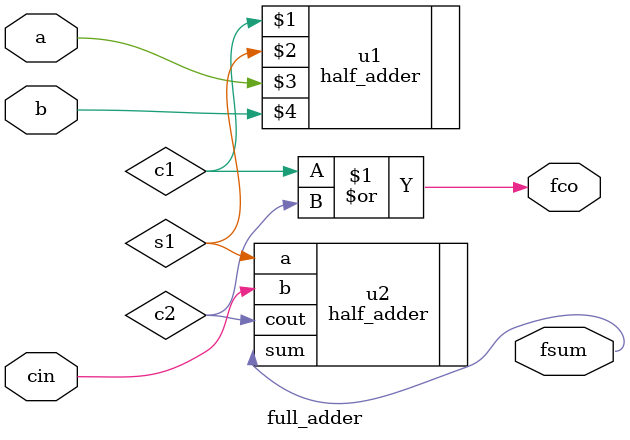
<source format=v>
`timescale 1ns / 1ps


module full_adder(
    output fco, fsum,
    input cin, a, b    
    );
    
    wire s1, c1, c2;
    
half_adder u1 (c1, s1, a, b);
half_adder u2 (.a(s1), .b(cin), .sum(fsum), .cout(c2));

assign fco = c1 | c2;

endmodule

</source>
